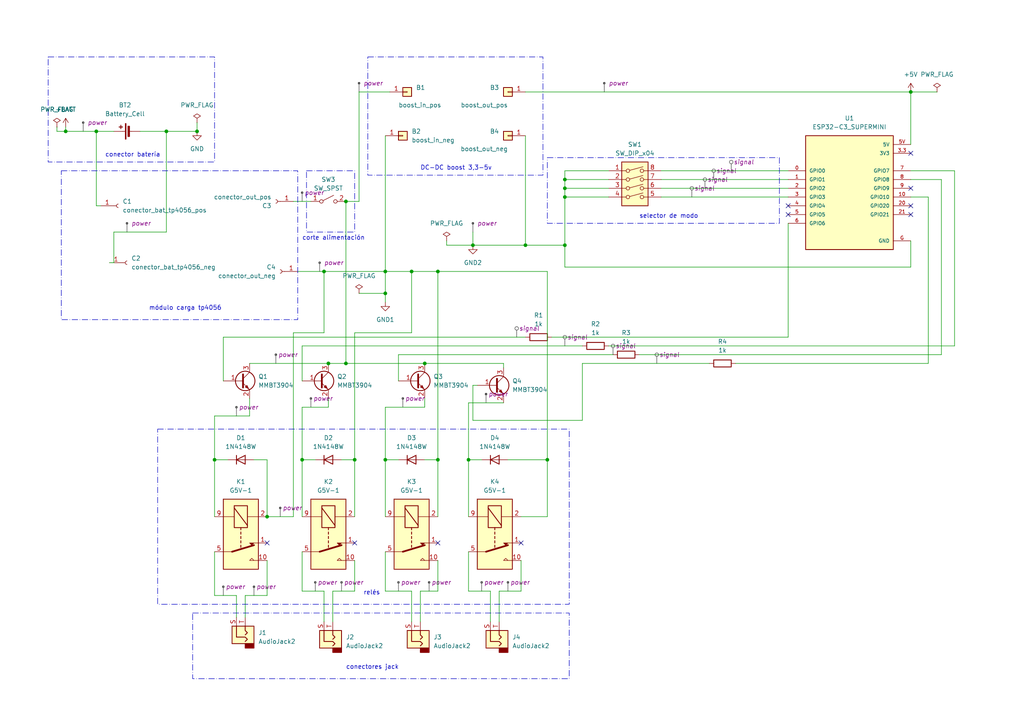
<source format=kicad_sch>
(kicad_sch (version 20230121) (generator eeschema)
  (paper "A4")
  (title_block (title "Primer Prototipo") (date "2024-02-16") (company "Fabrica de Juguetes"))
  (lib_symbols
    (symbol "Connector:Conn_01x01_Socket" (pin_names (offset 1.016) hide)
      (property "Reference" "J" (at 0 2.54 0))
      (property "Value" "Conn_01x01_Socket" (at 0 -2.54 0))
      (symbol "Conn_01x01_Socket_1_1"
        (polyline (pts (xy -1.27 0) (xy -0.508 0)) (stroke (width 0.1524)))
        (arc (start 0 0.508) (mid -0.5058 0) (end 0 -0.508) (stroke (width 0.1524)))
        (pin passive line (at -5.08 0 0) (length 3.81) (name "Pin_1") (number "1"))
      )
    )
    (symbol "Connector_Audio:AudioJack2"
      (property "Reference" "J" (at 0 8.89 0))
      (property "Value" "AudioJack2" (at 0 6.35 0))
      (symbol "AudioJack2_0_1"
        (rectangle (start -3.81 0) (end -2.54 -2.54) (stroke (width 0.254)) (fill (type outline)))
        (rectangle (start -2.54 3.81) (end 2.54 -2.54) (stroke (width 0.254)) (fill (type background)))
        (polyline (pts (xy 0 0) (xy 0.635 -0.635) (xy 1.27 0) (xy 2.54 0)) (stroke (width 0.254)))
        (polyline (pts (xy 2.54 2.54) (xy -0.635 2.54) (xy -0.635 0) (xy -1.27 -0.635) (xy -1.905 0)) (stroke (width 0.254)))
      )
      (symbol "AudioJack2_1_1"
        (pin passive line (at 5.08 2.54 180) (length 2.54) (name "~") (number "S"))
        (pin passive line (at 5.08 0 180) (length 2.54) (name "~") (number "T"))
      )
    )
    (symbol "Connector_Generic:Conn_01x01" (pin_names (offset 1.016) hide)
      (property "Reference" "J" (at 0 2.54 0))
      (property "Value" "Conn_01x01" (at 0 -2.54 0))
      (symbol "Conn_01x01_1_1"
        (rectangle (start -1.27 0.127) (end 0 -0.127) (stroke (width 0.1524)))
        (rectangle (start -1.27 1.27) (end 1.27 -1.27) (stroke (width 0.254)) (fill (type background)))
        (pin passive line (at -5.08 0 0) (length 3.81) (name "Pin_1") (number "1"))
      )
    )
    (symbol "Device:Battery_Cell" (pin_numbers hide) (pin_names (offset 0) hide)
      (property "Reference" "BT" (at 2.54 2.54 0))
      (property "Value" "Battery_Cell" (at 2.54 0 0))
      (symbol "Battery_Cell_0_1"
        (rectangle (start -2.286 1.778) (end 2.286 1.524) (fill (type outline)))
        (rectangle (start -1.524 1.016) (end 1.524 0.508) (fill (type outline)))
        (polyline (pts (xy 0 0.762) (xy 0 0)))
        (polyline (pts (xy 0 1.778) (xy 0 2.54)))
        (polyline (pts (xy 0.762 3.048) (xy 1.778 3.048)) (stroke (width 0.254)))
        (polyline (pts (xy 1.27 3.556) (xy 1.27 2.54)) (stroke (width 0.254)))
      )
      (symbol "Battery_Cell_1_1"
        (pin passive line (at 0 5.08 270) (length 2.54) (name "+") (number "1"))
        (pin passive line (at 0 -2.54 90) (length 2.54) (name "-") (number "2"))
      )
    )
    (symbol "Device:R" (pin_numbers hide) (pin_names (offset 0))
      (property "Reference" "R" (at 2.032 0 90))
      (property "Value" "R" (at 0 0 90))
      (symbol "R_0_1"
        (rectangle (start -1.016 -2.54) (end 1.016 2.54) (stroke (width 0.254)))
      )
      (symbol "R_1_1"
        (pin passive line (at 0 3.81 270) (length 1.27) (name "~") (number "1"))
        (pin passive line (at 0 -3.81 90) (length 1.27) (name "~") (number "2"))
      )
    )
    (symbol "Diode:1N4148W" (pin_numbers hide) (pin_names hide)
      (property "Reference" "D" (at 0 2.54 0))
      (property "Value" "1N4148W" (at 0 -2.54 0))
      (symbol "1N4148W_0_1"
        (polyline (pts (xy -1.27 1.27) (xy -1.27 -1.27)) (stroke (width 0.254)))
        (polyline (pts (xy 1.27 0) (xy -1.27 0)))
        (polyline (pts (xy 1.27 1.27) (xy 1.27 -1.27) (xy -1.27 0) (xy 1.27 1.27)) (stroke (width 0.254)))
      )
      (symbol "1N4148W_1_1"
        (pin passive line (at -3.81 0 0) (length 2.54) (name "K") (number "1"))
        (pin passive line (at 3.81 0 180) (length 2.54) (name "A") (number "2"))
      )
    )
    (symbol "ESP32-C3_SUPERMINI:ESP32-C3_SUPERMINI" (pin_names (offset 1.016))
      (property "Reference" "U" (at -12.7 16.002 0))
      (property "Value" "ESP32-C3_SUPERMINI" (at -12.7 -20.32 0))
      (symbol "ESP32-C3_SUPERMINI_0_0"
        (rectangle (start -12.7 -17.78) (end 12.7 15.24) (stroke (width 0.254)) (fill (type background)))
        (pin bidirectional line (at -17.78 5.08 0) (length 5.08) (name "GPIO0") (number "0"))
        (pin bidirectional line (at -17.78 2.54 0) (length 5.08) (name "GPIO1") (number "1"))
        (pin bidirectional line (at 17.78 -2.54 180) (length 5.08) (name "GPIO10") (number "10"))
        (pin bidirectional line (at -17.78 0 0) (length 5.08) (name "GPIO2") (number "2"))
        (pin bidirectional line (at 17.78 -5.08 180) (length 5.08) (name "GPIO20") (number "20"))
        (pin bidirectional line (at 17.78 -7.62 180) (length 5.08) (name "GPIO21") (number "21"))
        (pin bidirectional line (at -17.78 -2.54 0) (length 5.08) (name "GPIO3") (number "3"))
        (pin power_in line (at 17.78 10.16 180) (length 5.08) (name "3V3") (number "3.3"))
        (pin bidirectional line (at -17.78 -5.08 0) (length 5.08) (name "GPIO4") (number "4"))
        (pin bidirectional line (at -17.78 -7.62 0) (length 5.08) (name "GPIO5") (number "5"))
        (pin power_in line (at 17.78 12.7 180) (length 5.08) (name "5V") (number "5V"))
        (pin bidirectional line (at -17.78 -10.16 0) (length 5.08) (name "GPIO6") (number "6"))
        (pin bidirectional line (at 17.78 5.08 180) (length 5.08) (name "GPIO7") (number "7"))
        (pin bidirectional line (at 17.78 2.54 180) (length 5.08) (name "GPIO8") (number "8"))
        (pin bidirectional line (at 17.78 0 180) (length 5.08) (name "GPIO9") (number "9"))
        (pin power_in line (at 17.78 -15.24 180) (length 5.08) (name "GND") (number "G"))
      )
    )
    (symbol "Relay:G5V-1"
      (property "Reference" "K" (at 11.43 3.81 0))
      (property "Value" "G5V-1" (at 11.43 1.27 0))
      (symbol "G5V-1_0_0"
        (polyline (pts (xy 7.62 5.08) (xy 7.62 2.54) (xy 6.985 3.175) (xy 7.62 3.81)))
      )
      (symbol "G5V-1_0_1"
        (rectangle (start -10.16 5.08) (end 10.16 -5.08) (stroke (width 0.254)) (fill (type background)))
        (rectangle (start -8.255 1.905) (end -1.905 -1.905) (stroke (width 0.254)))
        (polyline (pts (xy -7.62 -1.905) (xy -2.54 1.905)) (stroke (width 0.254)))
        (polyline (pts (xy -5.08 -5.08) (xy -5.08 -1.905)))
        (polyline (pts (xy -5.08 5.08) (xy -5.08 1.905)))
        (polyline (pts (xy -1.905 0) (xy -1.27 0)) (stroke (width 0.254)))
        (polyline (pts (xy -0.635 0) (xy 0 0)) (stroke (width 0.254)))
        (polyline (pts (xy 0.635 0) (xy 1.27 0)) (stroke (width 0.254)))
        (polyline (pts (xy 1.905 0) (xy 2.54 0)) (stroke (width 0.254)))
        (polyline (pts (xy 3.175 0) (xy 3.81 0)) (stroke (width 0.254)))
        (polyline (pts (xy 5.08 -2.54) (xy 3.175 3.81)) (stroke (width 0.508)))
        (polyline (pts (xy 5.08 -2.54) (xy 5.08 -5.08)))
        (polyline (pts (xy 2.54 5.08) (xy 2.54 2.54) (xy 3.175 3.175) (xy 2.54 3.81)) (fill (type outline)))
      )
      (symbol "G5V-1_1_1"
        (pin passive line (at 2.54 7.62 270) (length 2.54) (name "~") (number "1"))
        (pin passive line (at 7.62 7.62 270) (length 2.54) (name "~") (number "10"))
        (pin passive line (at -5.08 7.62 270) (length 2.54) (name "~") (number "2"))
        (pin passive line (at 5.08 -7.62 90) (length 2.54) (name "~") (number "5"))
        (pin passive line (at 5.08 -7.62 90) (length 2.54) hide (name "~") (number "6"))
        (pin passive line (at -5.08 -7.62 90) (length 2.54) (name "~") (number "9"))
      )
    )
    (symbol "Switch:SW_DIP_x04" (pin_names (offset 0) hide)
      (property "Reference" "SW" (at 0 8.89 0))
      (property "Value" "SW_DIP_x04" (at 0 -6.35 0))
      (symbol "SW_DIP_x04_0_0"
        (circle (center -2.032 -2.54) (radius 0.508))
        (circle (center -2.032 0) (radius 0.508))
        (circle (center -2.032 2.54) (radius 0.508))
        (circle (center -2.032 5.08) (radius 0.508))
        (polyline (pts (xy -1.524 -2.3876) (xy 2.3622 -1.3462)))
        (polyline (pts (xy -1.524 0.127) (xy 2.3622 1.1684)))
        (polyline (pts (xy -1.524 2.667) (xy 2.3622 3.7084)))
        (polyline (pts (xy -1.524 5.207) (xy 2.3622 6.2484)))
        (circle (center 2.032 -2.54) (radius 0.508))
        (circle (center 2.032 0) (radius 0.508))
        (circle (center 2.032 2.54) (radius 0.508))
        (circle (center 2.032 5.08) (radius 0.508))
      )
      (symbol "SW_DIP_x04_0_1"
        (rectangle (start -3.81 7.62) (end 3.81 -5.08) (stroke (width 0.254)) (fill (type background)))
      )
      (symbol "SW_DIP_x04_1_1"
        (pin passive line (at -7.62 5.08 0) (length 5.08) (name "~") (number "1"))
        (pin passive line (at -7.62 2.54 0) (length 5.08) (name "~") (number "2"))
        (pin passive line (at -7.62 0 0) (length 5.08) (name "~") (number "3"))
        (pin passive line (at -7.62 -2.54 0) (length 5.08) (name "~") (number "4"))
        (pin passive line (at 7.62 -2.54 180) (length 5.08) (name "~") (number "5"))
        (pin passive line (at 7.62 0 180) (length 5.08) (name "~") (number "6"))
        (pin passive line (at 7.62 2.54 180) (length 5.08) (name "~") (number "7"))
        (pin passive line (at 7.62 5.08 180) (length 5.08) (name "~") (number "8"))
      )
    )
    (symbol "Switch:SW_SPST" (pin_names (offset 0) hide)
      (property "Reference" "SW" (at 0 3.175 0))
      (property "Value" "SW_SPST" (at 0 -2.54 0))
      (symbol "SW_SPST_0_0"
        (circle (center -2.032 0) (radius 0.508))
        (polyline (pts (xy -1.524 0.254) (xy 1.524 1.778)))
        (circle (center 2.032 0) (radius 0.508))
      )
      (symbol "SW_SPST_1_1"
        (pin passive line (at -5.08 0 0) (length 2.54) (name "A") (number "1"))
        (pin passive line (at 5.08 0 180) (length 2.54) (name "B") (number "2"))
      )
    )
    (symbol "Transistor_BJT:MMBT3904" (pin_names (offset 0) hide)
      (property "Reference" "Q" (at 5.08 1.905 0))
      (property "Value" "MMBT3904" (at 5.08 0 0))
      (symbol "MMBT3904_0_1"
        (polyline (pts (xy 0.635 0.635) (xy 2.54 2.54)))
        (polyline (pts (xy 0.635 -0.635) (xy 2.54 -2.54) (xy 2.54 -2.54)))
        (polyline (pts (xy 0.635 1.905) (xy 0.635 -1.905) (xy 0.635 -1.905)) (stroke (width 0.508)))
        (polyline (pts (xy 1.27 -1.778) (xy 1.778 -1.27) (xy 2.286 -2.286) (xy 1.27 -1.778) (xy 1.27 -1.778)) (fill (type outline)))
        (circle (center 1.27 0) (radius 2.8194) (stroke (width 0.254)))
      )
      (symbol "MMBT3904_1_1"
        (pin input line (at -5.08 0 0) (length 5.715) (name "B") (number "1"))
        (pin passive line (at 2.54 -5.08 90) (length 2.54) (name "E") (number "2"))
        (pin passive line (at 2.54 5.08 270) (length 2.54) (name "C") (number "3"))
      )
    )
    (symbol "power:+5V" (power) (pin_names (offset 0))
      (property "Value" "+5V" (at 0 3.556 0))
      (symbol "+5V_0_1"
        (polyline (pts (xy -0.762 1.27) (xy 0 2.54)))
        (polyline (pts (xy 0 0) (xy 0 2.54)))
        (polyline (pts (xy 0 2.54) (xy 0.762 1.27)))
      )
      (symbol "+5V_1_1"
        (pin power_in line (at 0 0 90) (length 0) hide (name "+5V") (number "1"))
      )
    )
    (symbol "power:+BATT" (power) (pin_names (offset 0))
      (property "Value" "+BATT" (at 0 3.556 0))
      (symbol "+BATT_0_1"
        (polyline (pts (xy -0.762 1.27) (xy 0 2.54)))
        (polyline (pts (xy 0 0) (xy 0 2.54)))
        (polyline (pts (xy 0 2.54) (xy 0.762 1.27)))
      )
      (symbol "+BATT_1_1"
        (pin power_in line (at 0 0 90) (length 0) hide (name "+BATT") (number "1"))
      )
    )
    (symbol "power:GND" (power) (pin_names (offset 0))
      (property "Value" "GND" (at 0 -3.81 0))
      (symbol "GND_0_1"
        (polyline (pts (xy 0 0) (xy 0 -1.27) (xy 1.27 -1.27) (xy 0 -2.54) (xy -1.27 -1.27) (xy 0 -1.27)))
      )
      (symbol "GND_1_1"
        (pin power_in line (at 0 0 270) (length 0) hide (name "GND") (number "1"))
      )
    )
    (symbol "power:GND1" (power) (pin_names (offset 0))
      (property "Value" "GND1" (at 0 -3.81 0))
      (symbol "GND1_0_1"
        (polyline (pts (xy 0 0) (xy 0 -1.27) (xy 1.27 -1.27) (xy 0 -2.54) (xy -1.27 -1.27) (xy 0 -1.27)))
      )
      (symbol "GND1_1_1"
        (pin power_in line (at 0 0 270) (length 0) hide (name "GND1") (number "1"))
      )
    )
    (symbol "power:GND2" (power) (pin_names (offset 0))
      (property "Value" "GND2" (at 0 -3.81 0))
      (symbol "GND2_0_1"
        (polyline (pts (xy 0 0) (xy 0 -1.27) (xy 1.27 -1.27) (xy 0 -2.54) (xy -1.27 -1.27) (xy 0 -1.27)))
      )
      (symbol "GND2_1_1"
        (pin power_in line (at 0 0 270) (length 0) hide (name "GND2") (number "1"))
      )
    )
    (symbol "power:PWR_FLAG" (power) (pin_numbers hide) (pin_names (offset 0) hide)
      (property "Value" "PWR_FLAG" (at 0 3.81 0))
      (symbol "PWR_FLAG_0_0"
        (pin power_out line (at 0 0 90) (length 0) (name "pwr") (number "1"))
      )
      (symbol "PWR_FLAG_0_1"
        (polyline (pts (xy 0 0) (xy 0 1.27) (xy -1.016 1.905) (xy 0 2.54) (xy 1.016 1.905) (xy 0 1.27)))
      )
    )
  )
  (junction (at 127 78.74))
  (junction (at 100.33 58.42))
  (junction (at 123.19 105.41))
  (junction (at 152.4 71.12))
  (junction (at 137.16 71.12))
  (junction (at 163.83 71.12))
  (junction (at 163.83 52.07))
  (junction (at 111.76 133.35))
  (junction (at 135.89 133.35))
  (junction (at 264.16 26.67))
  (junction (at 111.76 85.09))
  (junction (at 19.05 38.1))
  (junction (at 87.63 133.35))
  (junction (at 93.98 78.74))
  (junction (at 62.23 133.35))
  (junction (at 111.76 78.74))
  (junction (at 158.75 133.35))
  (junction (at 119.38 78.74))
  (junction (at 57.15 38.1))
  (junction (at 163.83 54.61))
  (junction (at 102.87 133.35))
  (junction (at 48.26 38.1))
  (junction (at 100.33 105.41))
  (junction (at 163.83 57.15))
  (junction (at 77.47 149.86))
  (junction (at 27.94 38.1))
  (junction (at 95.25 105.41))
  (junction (at 127 133.35))
  (no_connect (at 264.16 62.23))
  (no_connect (at 264.16 59.69))
  (no_connect (at 264.16 44.45))
  (no_connect (at 151.13 157.48))
  (no_connect (at 228.6 62.23))
  (no_connect (at 127 157.48))
  (no_connect (at 264.16 54.61))
  (no_connect (at 77.47 157.48))
  (no_connect (at 102.87 157.48))
  (no_connect (at 228.6 59.69))
  (wire (pts (xy 27.94 38.1) (xy 27.94 59.69)))
  (wire (pts (xy 264.16 49.53) (xy 276.86 49.53)))
  (wire (pts (xy 86.36 78.74) (xy 93.98 78.74)))
  (wire (pts (xy 57.15 35.56) (xy 57.15 38.1)))
  (wire (pts (xy 62.23 120.65) (xy 62.23 133.35)))
  (wire (pts (xy 96.52 171.45) (xy 96.52 180.34)))
  (wire (pts (xy 135.89 171.45) (xy 135.89 160.02)))
  (wire (pts (xy 111.76 39.37) (xy 111.76 78.74)))
  (wire (pts (xy 62.23 172.72) (xy 62.23 160.02)))
  (wire (pts (xy 16.51 36.83) (xy 16.51 38.1)))
  (wire (pts (xy 213.36 105.41) (xy 269.24 105.41)))
  (wire (pts (xy 151.13 171.45) (xy 151.13 162.56)))
  (wire (pts (xy 228.6 64.77) (xy 228.6 97.79)))
  (wire (pts (xy 33.02 76.2) (xy 31.75 76.2)))
  (wire (pts (xy 129.54 71.12) (xy 137.16 71.12)))
  (wire (pts (xy 127 78.74) (xy 127 133.35)))
  (wire (pts (xy 276.86 49.53) (xy 276.86 100.33)))
  (wire (pts (xy 176.53 57.15) (xy 163.83 57.15)))
  (wire (pts (xy 163.83 54.61) (xy 163.83 57.15)))
  (wire (pts (xy 264.16 52.07) (xy 273.05 52.07)))
  (wire (pts (xy 158.75 133.35) (xy 158.75 149.86)))
  (wire (pts (xy 77.47 172.72) (xy 77.47 162.56)))
  (wire (pts (xy 163.83 77.47) (xy 163.83 71.12)))
  (wire (pts (xy 93.98 96.52) (xy 93.98 78.74)))
  (wire (pts (xy 119.38 171.45) (xy 111.76 171.45)))
  (wire (pts (xy 64.77 97.79) (xy 64.77 110.49)))
  (wire (pts (xy 93.98 171.45) (xy 87.63 171.45)))
  (wire (pts (xy 176.53 49.53) (xy 163.83 49.53)))
  (wire (pts (xy 191.77 52.07) (xy 228.6 52.07)))
  (wire (pts (xy 19.05 36.83) (xy 19.05 38.1)))
  (wire (pts (xy 137.16 121.92) (xy 137.16 111.76)))
  (wire (pts (xy 100.33 105.41) (xy 123.19 105.41)))
  (wire (pts (xy 163.83 52.07) (xy 163.83 54.61)))
  (wire (pts (xy 147.32 133.35) (xy 158.75 133.35)))
  (wire (pts (xy 144.78 171.45) (xy 144.78 180.34)))
  (wire (pts (xy 62.23 133.35) (xy 66.04 133.35)))
  (wire (pts (xy 191.77 49.53) (xy 228.6 49.53)))
  (wire (pts (xy 100.33 105.41) (xy 100.33 58.42)))
  (wire (pts (xy 72.39 115.57) (xy 72.39 120.65)))
  (wire (pts (xy 158.75 78.74) (xy 158.75 133.35)))
  (wire (pts (xy 48.26 38.1) (xy 48.26 67.31)))
  (wire (pts (xy 115.57 102.87) (xy 115.57 110.49)))
  (wire (pts (xy 137.16 71.12) (xy 152.4 71.12)))
  (wire (pts (xy 85.09 96.52) (xy 93.98 96.52)))
  (wire (pts (xy 87.63 118.11) (xy 87.63 133.35)))
  (wire (pts (xy 123.19 105.41) (xy 146.05 105.41)))
  (wire (pts (xy 137.16 67.31) (xy 137.16 71.12)))
  (wire (pts (xy 71.12 172.72) (xy 77.47 172.72)))
  (wire (pts (xy 123.19 118.11) (xy 111.76 118.11)))
  (wire (pts (xy 191.77 54.61) (xy 228.6 54.61)))
  (wire (pts (xy 176.53 52.07) (xy 163.83 52.07)))
  (wire (pts (xy 269.24 105.41) (xy 269.24 57.15)))
  (wire (pts (xy 104.14 26.67) (xy 113.03 26.67)))
  (wire (pts (xy 111.76 133.35) (xy 111.76 149.86)))
  (wire (pts (xy 111.76 78.74) (xy 111.76 85.09)))
  (wire (pts (xy 123.19 133.35) (xy 127 133.35)))
  (wire (pts (xy 104.14 85.09) (xy 111.76 85.09)))
  (wire (pts (xy 104.14 58.42) (xy 104.14 26.67)))
  (wire (pts (xy 158.75 78.74) (xy 127 78.74)))
  (wire (pts (xy 127 171.45) (xy 127 162.56)))
  (wire (pts (xy 142.24 171.45) (xy 142.24 180.34)))
  (wire (pts (xy 40.64 38.1) (xy 48.26 38.1)))
  (wire (pts (xy 104.14 58.42) (xy 100.33 58.42)))
  (wire (pts (xy 27.94 38.1) (xy 33.02 38.1)))
  (wire (pts (xy 144.78 171.45) (xy 151.13 171.45)))
  (wire (pts (xy 102.87 96.52) (xy 119.38 96.52)))
  (wire (pts (xy 121.92 171.45) (xy 127 171.45)))
  (wire (pts (xy 19.05 38.1) (xy 27.94 38.1)))
  (wire (pts (xy 135.89 116.84) (xy 135.89 133.35)))
  (wire (pts (xy 158.75 149.86) (xy 151.13 149.86)))
  (wire (pts (xy 85.09 149.86) (xy 85.09 96.52)))
  (wire (pts (xy 191.77 57.15) (xy 228.6 57.15)))
  (wire (pts (xy 16.51 38.1) (xy 19.05 38.1)))
  (wire (pts (xy 264.16 41.91) (xy 264.16 26.67)))
  (wire (pts (xy 176.53 54.61) (xy 163.83 54.61)))
  (wire (pts (xy 163.83 49.53) (xy 163.83 52.07)))
  (wire (pts (xy 33.02 76.2) (xy 33.02 67.31)))
  (wire (pts (xy 135.89 133.35) (xy 139.7 133.35)))
  (wire (pts (xy 64.77 97.79) (xy 152.4 97.79)))
  (wire (pts (xy 146.05 116.84) (xy 135.89 116.84)))
  (wire (pts (xy 146.05 106.68) (xy 146.05 105.41)))
  (wire (pts (xy 152.4 26.67) (xy 264.16 26.67)))
  (wire (pts (xy 168.91 121.92) (xy 137.16 121.92)))
  (wire (pts (xy 71.12 172.72) (xy 71.12 179.07)))
  (wire (pts (xy 264.16 69.85) (xy 264.16 77.47)))
  (wire (pts (xy 102.87 149.86) (xy 102.87 133.35)))
  (wire (pts (xy 77.47 133.35) (xy 77.47 149.86)))
  (wire (pts (xy 111.76 85.09) (xy 111.76 87.63)))
  (wire (pts (xy 68.58 172.72) (xy 62.23 172.72)))
  (wire (pts (xy 87.63 133.35) (xy 87.63 149.86)))
  (wire (pts (xy 185.42 102.87) (xy 273.05 102.87)))
  (wire (pts (xy 176.53 100.33) (xy 276.86 100.33)))
  (wire (pts (xy 27.94 59.69) (xy 29.21 59.69)))
  (wire (pts (xy 99.06 133.35) (xy 102.87 133.35)))
  (wire (pts (xy 111.76 133.35) (xy 115.57 133.35)))
  (wire (pts (xy 95.25 118.11) (xy 95.25 115.57)))
  (wire (pts (xy 85.09 58.42) (xy 90.17 58.42)))
  (wire (pts (xy 127 78.74) (xy 119.38 78.74)))
  (wire (pts (xy 152.4 71.12) (xy 163.83 71.12)))
  (wire (pts (xy 95.25 118.11) (xy 87.63 118.11)))
  (wire (pts (xy 119.38 171.45) (xy 119.38 180.34)))
  (wire (pts (xy 142.24 171.45) (xy 135.89 171.45)))
  (wire (pts (xy 73.66 133.35) (xy 77.47 133.35)))
  (wire (pts (xy 168.91 105.41) (xy 168.91 121.92)))
  (wire (pts (xy 87.63 171.45) (xy 87.63 160.02)))
  (wire (pts (xy 264.16 26.67) (xy 271.78 26.67)))
  (wire (pts (xy 95.25 105.41) (xy 100.33 105.41)))
  (wire (pts (xy 264.16 77.47) (xy 163.83 77.47)))
  (wire (pts (xy 137.16 111.76) (xy 138.43 111.76)))
  (wire (pts (xy 93.98 171.45) (xy 93.98 180.34)))
  (wire (pts (xy 273.05 52.07) (xy 273.05 102.87)))
  (wire (pts (xy 160.02 97.79) (xy 228.6 97.79)))
  (wire (pts (xy 77.47 149.86) (xy 85.09 149.86)))
  (wire (pts (xy 269.24 57.15) (xy 264.16 57.15)))
  (wire (pts (xy 205.74 105.41) (xy 168.91 105.41)))
  (wire (pts (xy 62.23 133.35) (xy 62.23 149.86)))
  (wire (pts (xy 152.4 39.37) (xy 152.4 71.12)))
  (wire (pts (xy 119.38 96.52) (xy 119.38 78.74)))
  (wire (pts (xy 87.63 133.35) (xy 91.44 133.35)))
  (wire (pts (xy 87.63 100.33) (xy 87.63 110.49)))
  (wire (pts (xy 33.02 67.31) (xy 48.26 67.31)))
  (wire (pts (xy 87.63 100.33) (xy 168.91 100.33)))
  (wire (pts (xy 121.92 171.45) (xy 121.92 180.34)))
  (wire (pts (xy 115.57 102.87) (xy 177.8 102.87)))
  (wire (pts (xy 135.89 133.35) (xy 135.89 149.86)))
  (wire (pts (xy 111.76 118.11) (xy 111.76 133.35)))
  (wire (pts (xy 68.58 172.72) (xy 68.58 179.07)))
  (wire (pts (xy 127 133.35) (xy 127 149.86)))
  (wire (pts (xy 119.38 78.74) (xy 111.76 78.74)))
  (wire (pts (xy 111.76 171.45) (xy 111.76 160.02)))
  (wire (pts (xy 129.54 69.85) (xy 129.54 71.12)))
  (wire (pts (xy 72.39 105.41) (xy 95.25 105.41)))
  (wire (pts (xy 72.39 120.65) (xy 62.23 120.65)))
  (wire (pts (xy 163.83 71.12) (xy 163.83 57.15)))
  (wire (pts (xy 48.26 38.1) (xy 57.15 38.1)))
  (wire (pts (xy 93.98 78.74) (xy 111.76 78.74)))
  (wire (pts (xy 102.87 133.35) (xy 102.87 96.52)))
  (wire (pts (xy 123.19 115.57) (xy 123.19 118.11)))
  (wire (pts (xy 96.52 171.45) (xy 102.87 171.45)))
  (wire (pts (xy 102.87 171.45) (xy 102.87 162.56)))
  (rectangle (start 62.23 35.56) (end 62.23 35.56))
  (rectangle (start 17.78 49.53) (end 86.36 92.71) (stroke (width 0) (type dash_dot)))
  (rectangle (start 158.75 45.72) (end 226.06 64.77) (stroke (width 0) (type dash_dot)))
  (rectangle (start 13.97 16.51) (end 62.23 46.99) (stroke (width 0) (type dash_dot)))
  (rectangle (start 106.68 16.51) (end 157.48 50.8) (stroke (width 0) (type dash_dot)))
  (rectangle (start 45.72 124.46) (end 165.1 175.26) (stroke (width 0) (type dash_dot)))
  (rectangle (start 55.88 177.8) (end 165.1 196.85) (stroke (width 0) (type dash_dot)))
  (rectangle (start 88.9 49.53) (end 102.87 67.31) (stroke (width 0) (type dash_dot)))
  (text "conectores jack" (at 100.33 194.31 0) (effects (font (size 1.27 1.27)) (justify left bottom)))
  (text "selector de modo" (at 185.42 63.5 0) (effects (font (size 1.27 1.27)) (justify left bottom)))
  (text "relés" (at 105.41 172.72 0) (effects (font (size 1.27 1.27)) (justify left bottom)))
  (text "DC-DC boost 3,3-5v\n" (at 121.92 49.53 0) (effects (font (size 1.27 1.27)) (justify left bottom)))
  (text "corte alimentación" (at 87.63 69.85 0) (effects (font (size 1.27 1.27)) (justify left bottom)))
  (text "conector batería" (at 30.48 45.72 0) (effects (font (size 1.27 1.27)) (justify left bottom)))
  (text "módulo carga tp4056" (at 43.18 90.17 0) (effects (font (size 1.27 1.27)) (justify left bottom)))
  (netclass_flag "" (length 2.54) (shape dot) (at 80.01 105.41 0) (property "Netclass" "power" (at 80.7085 102.87 0) (effects (font italic) (justify left))))
  (netclass_flag "" (length 2.54) (shape dot) (at 68.58 120.65 0) (property "Netclass" "power" (at 69.2785 118.11 0) (effects (font italic) (justify left))))
  (netclass_flag "" (length 2.54) (shape dot) (at 147.32 171.45 0) (property "Netclass" "power" (at 148.0185 168.91 0) (effects (font italic) (justify left))))
  (netclass_flag "" (length 2.54) (shape round) (at 163.83 100.33 0) (property "Netclass" "signal" (at 164.5285 97.79 0) (effects (font italic) (justify left))))
  (netclass_flag "" (length 2.54) (shape dot) (at 87.63 58.42 0) (property "Netclass" "power" (at 88.3285 55.88 0) (effects (font italic) (justify left))))
  (netclass_flag "" (length 2.54) (shape dot) (at 140.97 116.84 0) (property "Netclass" "power" (at 141.6685 114.3 0) (effects (font italic) (justify left))))
  (netclass_flag "" (length 2.54) (shape dot) (at 115.57 171.45 0) (property "Netclass" "power" (at 116.2685 168.91 0) (effects (font italic) (justify left))))
  (netclass_flag "" (length 2.54) (shape dot) (at 99.06 171.45 0) (property "Netclass" "power" (at 99.7585 168.91 0) (effects (font italic) (justify left))))
  (netclass_flag "" (length 2.54) (shape dot) (at 139.7 171.45 0) (property "Netclass" "power" (at 140.3985 168.91 0) (effects (font italic) (justify left))))
  (netclass_flag "" (length 2.54) (shape dot) (at 36.83 67.31 0) (property "Netclass" "power" (at 38.1 64.77 0) (effects (font italic) (justify left))))
  (netclass_flag "" (length 2.54) (shape round) (at 207.01 52.07 0) (property "Netclass" "signal" (at 207.7085 49.53 0) (effects (font italic) (justify left))))
  (netclass_flag "" (length 2.54) (shape round) (at 149.86 97.79 0) (property "Netclass" "signal" (at 150.5585 95.25 0) (effects (font italic) (justify left))))
  (netclass_flag "" (length 2.54) (shape round) (at 200.66 57.15 0) (property "Netclass" "signal" (at 201.3585 54.61 0) (effects (font italic) (justify left))))
  (netclass_flag "" (length 2.54) (shape dot) (at 104.14 26.67 0) (property "Netclass" "power" (at 105.41 24.13 0) (effects (font italic) (justify left))))
  (netclass_flag "" (length 2.54) (shape dot) (at 73.66 172.72 0) (property "Netclass" "power" (at 74.3585 170.18 0) (effects (font italic) (justify left))))
  (netclass_flag "" (length 2.54) (shape dot) (at 137.16 67.31 0) (property "Netclass" "power" (at 138.43 64.77 0) (effects (font italic) (justify left))))
  (netclass_flag "" (length 2.54) (shape dot) (at 124.46 171.45 0) (property "Netclass" "power" (at 125.1585 168.91 0) (effects (font italic) (justify left))))
  (netclass_flag "" (length 2.54) (shape dot) (at 92.71 78.74 0) (property "Netclass" "power" (at 93.98 76.2 0) (effects (font italic) (justify left))))
  (netclass_flag "" (length 2.54) (shape dot) (at 175.26 26.67 0) (property "Netclass" "power" (at 176.53 24.13 0) (effects (font italic) (justify left))))
  (netclass_flag "" (length 2.54) (shape dot) (at 90.17 118.11 0) (property "Netclass" "power" (at 90.8685 115.57 0) (effects (font italic) (justify left))))
  (netclass_flag "" (length 2.54) (shape dot) (at 24.13 38.1 0) (property "Netclass" "power" (at 25.4 35.56 0) (effects (font italic) (justify left))))
  (netclass_flag "" (length 2.54) (shape dot) (at 116.84 118.11 0) (property "Netclass" "power" (at 117.5385 115.57 0) (effects (font italic) (justify left))))
  (netclass_flag "" (length 2.54) (shape dot) (at 64.77 172.72 0) (property "Netclass" "power" (at 65.4685 170.18 0) (effects (font italic) (justify left))))
  (netclass_flag "" (length 2.54) (shape round) (at 177.8 102.87 0) (property "Netclass" "signal" (at 178.4985 100.33 0) (effects (font italic) (justify left))))
  (netclass_flag "" (length 2.54) (shape dot) (at 91.44 171.45 0) (property "Netclass" "power" (at 92.1385 168.91 0) (effects (font italic) (justify left))))
  (netclass_flag "" (length 2.54) (shape dot) (at 81.28 149.86 0) (property "Netclass" "power" (at 81.9785 147.32 0) (effects (font italic) (justify left))))
  (netclass_flag "" (length 2.54) (shape round) (at 190.5 105.41 0) (property "Netclass" "signal" (at 191.1985 102.87 0) (effects (font italic) (justify left))))
  (netclass_flag "" (length 2.54) (shape round) (at 204.47 54.61 0) (property "Netclass" "signal" (at 205.1685 52.07 0) (effects (font italic) (justify left))))
  (netclass_flag "" (length 2.54) (shape round) (at 212.09 49.53 0) (property "Netclass" "signal" (at 212.7885 46.99 0) (effects (font italic) (justify left))))
  (symbol (lib_id "Connector_Generic:Conn_01x01") (at 116.84 39.37 0) (unit 1)
    (property "Reference" "B2" (at 119.38 38.1 0) (effects (justify left)))
    (property "Value" "boost_in_neg" (at 119.38 40.64 0) (effects (justify left)))
    (property "Footprint" "Connector_PinHeader_2.54mm:PinHeader_1x01_P2.54mm_Vertical" (effects hide))
  )
  (symbol (lib_id "power:PWR_FLAG") (at 271.78 26.67 0) (unit 1)
    (property "Reference" "#FLG02" (effects hide))
    (property "Value" "PWR_FLAG" (at 271.78 21.59 0))
  )
  (symbol (lib_id "Connector:Conn_01x01_Socket") (at 34.29 59.69 0) (unit 1)
    (property "Reference" "C1" (at 35.56 58.42 0) (effects (justify left)))
    (property "Value" "conector_bat_tp4056_pos" (at 35.56 60.96 0) (effects (justify left)))
    (property "Footprint" "Connector_PinHeader_2.54mm:PinHeader_1x01_P2.54mm_Vertical" (effects hide))
  )
  (symbol (lib_id "power:+5V") (at 264.16 26.67 0) (unit 1)
    (property "Reference" "#PWR04" (effects hide))
    (property "Value" "+5V" (at 264.16 21.59 0))
  )
  (symbol (lib_id "Transistor_BJT:MMBT3904") (at 120.65 110.49 0) (unit 1)
    (property "Reference" "Q3" (at 125.73 109.22 0) (effects (justify left)))
    (property "Value" "MMBT3904" (at 125.73 111.76 0) (effects (justify left)))
    (property "Footprint" "Package_TO_SOT_SMD:SOT-23" (effects hide))
    (property "Datasheet" "https://www.onsemi.com/pdf/datasheet/pzt3904-d.pdf" (effects hide))
  )
  (symbol (lib_id "Connector_Audio:AudioJack2") (at 71.12 184.15 90) (unit 1)
    (property "Reference" "J1" (at 74.93 183.515 90) (effects (justify right)))
    (property "Value" "AudioJack2" (at 74.93 186.055 90) (effects (justify right)))
    (property "Footprint" "Connector_Audio:Jack_3.5mm_CUI_SJ1-3523N_Horizontal" (effects hide))
  )
  (symbol (lib_id "Relay:G5V-1") (at 95.25 154.94 270) (unit 1)
    (property "Reference" "K2" (at 95.25 139.7 90))
    (property "Value" "G5V-1" (at 95.25 142.24 90))
    (property "Footprint" "Relay_THT:Relay_SPDT_Omron_G5V-1" (effects hide))
    (property "Datasheet" "http://omronfs.omron.com/en_US/ecb/products/pdf/en-g5v_1.pdf" (effects hide))
  )
  (symbol (lib_id "Connector_Generic:Conn_01x01") (at 147.32 39.37 0) (mirror y) (unit 1)
    (property "Reference" "B4" (at 144.78 38.1 0) (effects (justify left)))
    (property "Value" "boost_out_neg" (at 147.32 43.18 0) (effects (justify left)))
    (property "Footprint" "Connector_PinHeader_2.54mm:PinHeader_1x01_P2.54mm_Vertical" (effects hide))
  )
  (symbol (lib_id "power:PWR_FLAG") (at 129.54 69.85 0) (unit 1)
    (property "Reference" "#FLG01" (effects hide))
    (property "Value" "PWR_FLAG" (at 129.54 64.77 0))
  )
  (symbol (lib_id "Device:R") (at 156.21 97.79 90) (unit 1)
    (property "Reference" "R1" (at 156.21 91.44 90))
    (property "Value" "1k" (at 156.21 93.98 90))
    (property "Footprint" "Resistor_SMD:R_0805_2012Metric_Pad1.20x1.40mm_HandSolder" (effects hide))
  )
  (symbol (lib_id "Connector_Generic:Conn_01x01") (at 118.11 26.67 0) (unit 1)
    (property "Reference" "B1" (at 120.65 25.4 0) (effects (justify left)))
    (property "Value" "boost_in_pos" (at 115.57 30.48 0) (effects (justify left)))
    (property "Footprint" "Connector_PinHeader_2.54mm:PinHeader_1x01_P2.54mm_Vertical" (effects hide))
  )
  (symbol (lib_id "Relay:G5V-1") (at 143.51 154.94 270) (unit 1)
    (property "Reference" "K4" (at 143.51 139.7 90))
    (property "Value" "G5V-1" (at 143.51 142.24 90))
    (property "Footprint" "Relay_THT:Relay_SPDT_Omron_G5V-1" (effects hide))
    (property "Datasheet" "http://omronfs.omron.com/en_US/ecb/products/pdf/en-g5v_1.pdf" (effects hide))
  )
  (symbol (lib_id "Device:R") (at 172.72 100.33 90) (unit 1)
    (property "Reference" "R2" (at 172.72 93.98 90))
    (property "Value" "1k" (at 172.72 96.52 90))
    (property "Footprint" "Resistor_SMD:R_0805_2012Metric_Pad1.20x1.40mm_HandSolder" (effects hide))
  )
  (symbol (lib_id "Connector_Audio:AudioJack2") (at 144.78 185.42 90) (unit 1)
    (property "Reference" "J4" (at 148.59 184.785 90) (effects (justify right)))
    (property "Value" "AudioJack2" (at 148.59 187.325 90) (effects (justify right)))
    (property "Footprint" "Connector_Audio:Jack_3.5mm_CUI_SJ1-3523N_Horizontal" (effects hide))
  )
  (symbol (lib_id "Relay:G5V-1") (at 69.85 154.94 270) (unit 1)
    (property "Reference" "K1" (at 69.85 139.7 90))
    (property "Value" "G5V-1" (at 69.85 142.24 90))
    (property "Footprint" "Relay_THT:Relay_SPDT_Omron_G5V-1" (effects hide))
    (property "Datasheet" "http://omronfs.omron.com/en_US/ecb/products/pdf/en-g5v_1.pdf" (effects hide))
  )
  (symbol (lib_id "power:GND") (at 57.15 38.1 0) (unit 1)
    (property "Reference" "#PWR03" (effects hide))
    (property "Value" "GND" (at 57.15 43.18 0))
  )
  (symbol (lib_id "Diode:1N4148W") (at 119.38 133.35 0) (unit 1)
    (property "Reference" "D3" (at 119.38 127 0))
    (property "Value" "1N4148W" (at 119.38 129.54 0))
    (property "Footprint" "Diode_SMD:D_SOD-123" (effects hide))
    (property "Datasheet" "https://www.vishay.com/docs/85748/1n4148w.pdf" (effects hide))
    (property "Sim.Device" "D" (effects hide))
    (property "Sim.Pins" "1=K 2=A" (effects hide))
  )
  (symbol (lib_id "Transistor_BJT:MMBT3904") (at 92.71 110.49 0) (unit 1)
    (property "Reference" "Q2" (at 97.79 109.22 0) (effects (justify left)))
    (property "Value" "MMBT3904" (at 97.79 111.76 0) (effects (justify left)))
    (property "Footprint" "Package_TO_SOT_SMD:SOT-23" (effects hide))
    (property "Datasheet" "https://www.onsemi.com/pdf/datasheet/pzt3904-d.pdf" (effects hide))
  )
  (symbol (lib_id "power:GND1") (at 111.76 87.63 0) (unit 1)
    (property "Reference" "#PWR02" (effects hide))
    (property "Value" "GND1" (at 111.76 92.71 0))
  )
  (symbol (lib_id "Diode:1N4148W") (at 95.25 133.35 0) (unit 1)
    (property "Reference" "D2" (at 95.25 127 0))
    (property "Value" "1N4148W" (at 95.25 129.54 0))
    (property "Footprint" "Diode_SMD:D_SOD-123" (effects hide))
    (property "Datasheet" "https://www.vishay.com/docs/85748/1n4148w.pdf" (effects hide))
    (property "Sim.Device" "D" (effects hide))
    (property "Sim.Pins" "1=K 2=A" (effects hide))
  )
  (symbol (lib_id "Relay:G5V-1") (at 119.38 154.94 270) (unit 1)
    (property "Reference" "K3" (at 119.38 139.7 90))
    (property "Value" "G5V-1" (at 119.38 142.24 90))
    (property "Footprint" "Relay_THT:Relay_SPDT_Omron_G5V-1" (effects hide))
    (property "Datasheet" "http://omronfs.omron.com/en_US/ecb/products/pdf/en-g5v_1.pdf" (effects hide))
  )
  (symbol (lib_id "ESP32-C3_SUPERMINI:ESP32-C3_SUPERMINI") (at 246.38 54.61 0) (unit 1)
    (property "Reference" "U1" (at 246.38 34.29 0))
    (property "Value" "ESP32-C3_SUPERMINI" (at 246.38 36.83 0))
    (property "Footprint" "ESP32-C3_SUPERMINI:MODULE_ESP32-C3_SUPERMINI" (effects hide))
    (property "MF" "Espressif Systems" (effects hide))
    (property "MAXIMUM_PACKAGE_HEIGHT" "4.2mm" (effects hide))
    (property "Package" "Package" (effects hide))
    (property "Price" "None" (effects hide))
    (property "Check_prices" "https://www.snapeda.com/parts/ESP32-C3%20SuperMini/Espressif+Systems/view-part/?ref=eda" (effects hide))
    (property "STANDARD" "Manufacturer Recommendations" (effects hide))
    (property "SnapEDA_Link" "https://www.snapeda.com/parts/ESP32-C3%20SuperMini/Espressif+Systems/view-part/?ref=snap" (effects hide))
    (property "MP" "ESP32-C3 SuperMini" (effects hide))
    (property "Description" "\nSuper tiny ESP32-C3 board\n" (effects hide))
    (property "Availability" "Not in stock" (effects hide))
    (property "MANUFACTURER" "Espressif" (effects hide))
  )
  (symbol (lib_id "Transistor_BJT:MMBT3904") (at 143.51 111.76 0) (unit 1)
    (property "Reference" "Q4" (at 148.59 110.49 0) (effects (justify left)))
    (property "Value" "MMBT3904" (at 148.59 113.03 0) (effects (justify left)))
    (property "Footprint" "Package_TO_SOT_SMD:SOT-23" (effects hide))
    (property "Datasheet" "https://www.onsemi.com/pdf/datasheet/pzt3904-d.pdf" (effects hide))
  )
  (symbol (lib_id "Connector:Conn_01x01_Socket") (at 80.01 58.42 180) (unit 1)
    (property "Reference" "C3" (at 78.74 59.69 0) (effects (justify left)))
    (property "Value" "conector_out_pos" (at 78.74 57.15 0) (effects (justify left)))
    (property "Footprint" "Connector_PinHeader_2.54mm:PinHeader_1x01_P2.54mm_Vertical" (effects hide))
  )
  (symbol (lib_id "Diode:1N4148W") (at 69.85 133.35 0) (unit 1)
    (property "Reference" "D1" (at 69.85 127 0))
    (property "Value" "1N4148W" (at 69.85 129.54 0))
    (property "Footprint" "Diode_SMD:D_SOD-123" (effects hide))
    (property "Datasheet" "https://www.vishay.com/docs/85748/1n4148w.pdf" (effects hide))
    (property "Sim.Device" "D" (effects hide))
    (property "Sim.Pins" "1=K 2=A" (effects hide))
  )
  (symbol (lib_id "power:PWR_FLAG") (at 16.51 36.83 0) (unit 1)
    (property "Reference" "#FLG05" (effects hide))
    (property "Value" "PWR_FLAG" (at 16.51 31.75 0))
  )
  (symbol (lib_id "Connector:Conn_01x01_Socket") (at 81.28 78.74 0) (mirror y) (unit 1)
    (property "Reference" "C4" (at 80.01 77.47 0) (effects (justify left)))
    (property "Value" "conector_out_neg" (at 80.01 80.01 0) (effects (justify left)))
    (property "Footprint" "Connector_PinHeader_2.54mm:PinHeader_1x01_P2.54mm_Vertical" (effects hide))
  )
  (symbol (lib_id "Transistor_BJT:MMBT3904") (at 69.85 110.49 0) (unit 1)
    (property "Reference" "Q1" (at 74.93 109.22 0) (effects (justify left)))
    (property "Value" "MMBT3904" (at 74.93 111.76 0) (effects (justify left)))
    (property "Footprint" "Package_TO_SOT_SMD:SOT-23" (effects hide))
    (property "Datasheet" "https://www.onsemi.com/pdf/datasheet/pzt3904-d.pdf" (effects hide))
  )
  (symbol (lib_id "Switch:SW_SPST") (at 95.25 58.42 0) (unit 1)
    (property "Reference" "SW3" (at 95.25 52.07 0))
    (property "Value" "SW_SPST" (at 95.25 54.61 0))
    (property "Footprint" "Connector_JST:JST_EH_S2B-EH_1x02_P2.50mm_Horizontal" (effects hide))
  )
  (symbol (lib_id "Device:Battery_Cell") (at 38.1 38.1 90) (unit 1)
    (property "Reference" "BT2" (at 36.2585 30.48 90))
    (property "Value" "Battery_Cell" (at 36.2585 33.02 90))
    (property "Footprint" "Connector_JST:JST_PH_S2B-PH-K_1x02_P2.00mm_Horizontal" (effects hide))
  )
  (symbol (lib_id "Connector_Audio:AudioJack2") (at 96.52 185.42 90) (unit 1)
    (property "Reference" "J2" (at 100.33 184.785 90) (effects (justify right)))
    (property "Value" "AudioJack2" (at 100.33 187.325 90) (effects (justify right)))
    (property "Footprint" "Connector_Audio:Jack_3.5mm_CUI_SJ1-3523N_Horizontal" (effects hide))
  )
  (symbol (lib_id "power:PWR_FLAG") (at 57.15 35.56 0) (unit 1)
    (property "Reference" "#FLG04" (effects hide))
    (property "Value" "PWR_FLAG" (at 57.15 30.48 0))
  )
  (symbol (lib_id "Connector:Conn_01x01_Socket") (at 36.83 76.2 0) (unit 1)
    (property "Reference" "C2" (at 38.1 74.93 0) (effects (justify left)))
    (property "Value" "conector_bat_tp4056_neg" (at 38.1 77.47 0) (effects (justify left)))
    (property "Footprint" "Connector_PinHeader_2.54mm:PinHeader_1x01_P2.54mm_Vertical" (effects hide))
  )
  (symbol (lib_id "Device:R") (at 181.61 102.87 90) (unit 1)
    (property "Reference" "R3" (at 181.61 96.52 90))
    (property "Value" "1k" (at 181.61 99.06 90))
    (property "Footprint" "Resistor_SMD:R_0805_2012Metric_Pad1.20x1.40mm_HandSolder" (effects hide))
  )
  (symbol (lib_id "Diode:1N4148W") (at 143.51 133.35 0) (unit 1)
    (property "Reference" "D4" (at 143.51 127 0))
    (property "Value" "1N4148W" (at 143.51 129.54 0))
    (property "Footprint" "Diode_SMD:D_SOD-123" (effects hide))
    (property "Datasheet" "https://www.vishay.com/docs/85748/1n4148w.pdf" (effects hide))
    (property "Sim.Device" "D" (effects hide))
    (property "Sim.Pins" "1=K 2=A" (effects hide))
  )
  (symbol (lib_id "power:PWR_FLAG") (at 104.14 85.09 0) (unit 1)
    (property "Reference" "#FLG03" (effects hide))
    (property "Value" "PWR_FLAG" (at 104.14 80.01 0))
  )
  (symbol (lib_id "Device:R") (at 209.55 105.41 90) (unit 1)
    (property "Reference" "R4" (at 209.55 99.06 90))
    (property "Value" "1k" (at 209.55 101.6 90))
    (property "Footprint" "Resistor_SMD:R_0805_2012Metric_Pad1.20x1.40mm_HandSolder" (effects hide))
  )
  (symbol (lib_id "Connector_Audio:AudioJack2") (at 121.92 185.42 90) (unit 1)
    (property "Reference" "J3" (at 125.73 184.785 90) (effects (justify right)))
    (property "Value" "AudioJack2" (at 125.73 187.325 90) (effects (justify right)))
    (property "Footprint" "Connector_Audio:Jack_3.5mm_CUI_SJ1-3523N_Horizontal" (effects hide))
  )
  (symbol (lib_id "Connector_Generic:Conn_01x01") (at 147.32 26.67 0) (mirror y) (unit 1)
    (property "Reference" "B3" (at 144.78 25.4 0) (effects (justify left)))
    (property "Value" "boost_out_pos" (at 147.32 30.48 0) (effects (justify left)))
    (property "Footprint" "Connector_PinHeader_2.54mm:PinHeader_1x01_P2.54mm_Vertical" (effects hide))
  )
  (symbol (lib_id "power:GND2") (at 137.16 71.12 0) (unit 1)
    (property "Reference" "#PWR05" (effects hide))
    (property "Value" "GND2" (at 137.16 76.2 0))
  )
  (symbol (lib_id "power:+BATT") (at 19.05 36.83 0) (unit 1)
    (property "Reference" "#PWR01" (effects hide))
    (property "Value" "+BATT" (at 19.05 31.75 0))
  )
  (symbol (lib_id "Switch:SW_DIP_x04") (at 184.15 54.61 0) (unit 1)
    (property "Reference" "SW1" (at 184.15 41.91 0))
    (property "Value" "SW_DIP_x04" (at 184.15 44.45 0))
    (property "Footprint" "Package_DIP:DIP-8_W7.62mm_Socket" (effects hide))
  )
)
</source>
